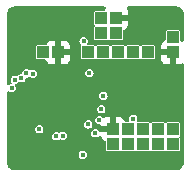
<source format=gbr>
%TF.GenerationSoftware,KiCad,Pcbnew,8.0.4-unknown-202407232306~396e531e7c~ubuntu22.04.1*%
%TF.CreationDate,2024-09-04T14:24:04+01:00*%
%TF.ProjectId,MONO_CTRL,4d4f4e4f-5f43-4545-924c-2e6b69636164,1.0*%
%TF.SameCoordinates,Original*%
%TF.FileFunction,Copper,L3,Inr*%
%TF.FilePolarity,Positive*%
%FSLAX46Y46*%
G04 Gerber Fmt 4.6, Leading zero omitted, Abs format (unit mm)*
G04 Created by KiCad (PCBNEW 8.0.4-unknown-202407232306~396e531e7c~ubuntu22.04.1) date 2024-09-04 14:24:04*
%MOMM*%
%LPD*%
G01*
G04 APERTURE LIST*
%TA.AperFunction,ComponentPad*%
%ADD10R,1.000000X1.000000*%
%TD*%
%TA.AperFunction,ViaPad*%
%ADD11C,0.400000*%
%TD*%
G04 APERTURE END LIST*
D10*
%TO.N,+5V*%
%TO.C,J4*%
X31585000Y-25395001D03*
%TD*%
%TO.N,/U0TX*%
%TO.C,J17*%
X36390000Y-34795000D03*
%TD*%
%TO.N,/GPIO9*%
%TO.C,J5*%
X29180001Y-27025000D03*
%TD*%
%TO.N,GND*%
%TO.C,J22*%
X31310000Y-33525000D03*
%TD*%
%TO.N,GND*%
%TO.C,J2*%
X26640001Y-27025000D03*
%TD*%
%TO.N,/GPIO9*%
%TO.C,J12*%
X35120000Y-33525000D03*
%TD*%
%TO.N,/CSB*%
%TO.C,J8*%
X32990001Y-27025000D03*
%TD*%
%TO.N,+3.3V*%
%TO.C,J1*%
X25370001Y-27025000D03*
%TD*%
%TO.N,/USB_D-*%
%TO.C,J23*%
X30315000Y-25395000D03*
%TD*%
%TO.N,/SPICS*%
%TO.C,J15*%
X33850000Y-34795000D03*
%TD*%
%TO.N,+BATT*%
%TO.C,J24*%
X36360001Y-25755000D03*
%TD*%
%TO.N,/GPIO8*%
%TO.C,J14*%
X32580000Y-33525000D03*
%TD*%
%TO.N,GND*%
%TO.C,J26*%
X31585000Y-24125000D03*
%TD*%
%TO.N,/PWM*%
%TO.C,J18*%
X31310000Y-34795000D03*
%TD*%
%TO.N,/PICO*%
%TO.C,J13*%
X33850001Y-33525000D03*
%TD*%
%TO.N,/USB_D+*%
%TO.C,J10*%
X30315000Y-24125000D03*
%TD*%
%TO.N,/GPIO8*%
%TO.C,J7*%
X31720001Y-27025000D03*
%TD*%
%TO.N,/GPIO*%
%TO.C,J21*%
X32580000Y-34795000D03*
%TD*%
%TO.N,/U0RX*%
%TO.C,J16*%
X35120000Y-34795000D03*
%TD*%
%TO.N,+3.3V*%
%TO.C,J11*%
X36390000Y-33525000D03*
%TD*%
%TO.N,GND*%
%TO.C,J25*%
X36360001Y-27025000D03*
%TD*%
%TO.N,/PICO*%
%TO.C,J6*%
X30450001Y-27025000D03*
%TD*%
%TO.N,/extRef*%
%TO.C,J9*%
X34260001Y-27025000D03*
%TD*%
D11*
%TO.N,GND*%
X36865000Y-32495000D03*
X28315000Y-29575000D03*
X36575000Y-36395000D03*
X23060000Y-23870000D03*
X25415000Y-29575000D03*
X23260000Y-34250000D03*
X28315000Y-32575000D03*
X26915000Y-31075000D03*
X25415000Y-32625000D03*
X25415000Y-31125000D03*
X35415000Y-30395000D03*
X23180000Y-30760000D03*
X26915000Y-29575000D03*
X26815000Y-32575000D03*
%TO.N,/PICO*%
X29315000Y-28775000D03*
%TO.N,/SPICS*%
X28745000Y-35675000D03*
%TO.N,+BATT*%
X30135000Y-32745000D03*
X33015000Y-32625000D03*
%TO.N,/LED_IN*%
X30490000Y-30700000D03*
%TO.N,+3.3V*%
X29815000Y-33865001D03*
X28815000Y-26095000D03*
X30315000Y-31825000D03*
%TO.N,/GPIO*%
X26515000Y-34125000D03*
%TO.N,/lna_in*%
X24515000Y-28825000D03*
X25065001Y-33525000D03*
%TO.N,Net-(U2-MTMS)*%
X29215000Y-33125000D03*
%TO.N,/USB_D-*%
X23965697Y-28797257D03*
%TO.N,/USB_D+*%
X23540000Y-29200000D03*
%TO.N,/U0RX*%
X23006419Y-29333395D03*
%TO.N,/U0TX*%
X22740000Y-30040000D03*
%TO.N,/PWM*%
X27065000Y-34085000D03*
%TD*%
%TA.AperFunction,Conductor*%
%TO.N,GND*%
G36*
X30646176Y-23155185D02*
G01*
X30691931Y-23207989D01*
X30701875Y-23277147D01*
X30678403Y-23333812D01*
X30641647Y-23382910D01*
X30641646Y-23382911D01*
X30615194Y-23453834D01*
X30573322Y-23509767D01*
X30507858Y-23534184D01*
X30499012Y-23534500D01*
X29806091Y-23534500D01*
X29779687Y-23539751D01*
X29779685Y-23539752D01*
X29749752Y-23559752D01*
X29729750Y-23589688D01*
X29724500Y-23616084D01*
X29724500Y-24633908D01*
X29729751Y-24660311D01*
X29750330Y-24691111D01*
X29771206Y-24757789D01*
X29752720Y-24825169D01*
X29750330Y-24828888D01*
X29729750Y-24859689D01*
X29724500Y-24886084D01*
X29724500Y-25903908D01*
X29729751Y-25930312D01*
X29729752Y-25930314D01*
X29749752Y-25960247D01*
X29779688Y-25980249D01*
X29788407Y-25981983D01*
X29806087Y-25985500D01*
X30823912Y-25985499D01*
X30850311Y-25980249D01*
X30880247Y-25960247D01*
X30880247Y-25960246D01*
X30881109Y-25959671D01*
X30947787Y-25938794D01*
X31015167Y-25957279D01*
X31018888Y-25959670D01*
X31019752Y-25960247D01*
X31019753Y-25960248D01*
X31049689Y-25980250D01*
X31076087Y-25985501D01*
X32093912Y-25985500D01*
X32120311Y-25980250D01*
X32150247Y-25960248D01*
X32170249Y-25930312D01*
X32175500Y-25903914D01*
X32175499Y-25210985D01*
X32195183Y-25143948D01*
X32247987Y-25098193D01*
X32256167Y-25094805D01*
X32327084Y-25068355D01*
X32327093Y-25068350D01*
X32442187Y-24982190D01*
X32442190Y-24982187D01*
X32528350Y-24867093D01*
X32528354Y-24867086D01*
X32578596Y-24732379D01*
X32578598Y-24732372D01*
X32584999Y-24672844D01*
X32585000Y-24672827D01*
X32585000Y-24375000D01*
X31794618Y-24375000D01*
X31845064Y-24324554D01*
X31887851Y-24250445D01*
X31910000Y-24167787D01*
X31910000Y-24082213D01*
X31887851Y-23999555D01*
X31845064Y-23925446D01*
X31794618Y-23875000D01*
X32585000Y-23875000D01*
X32585000Y-23577172D01*
X32584999Y-23577155D01*
X32578598Y-23517627D01*
X32578596Y-23517620D01*
X32528354Y-23382913D01*
X32528352Y-23382910D01*
X32491597Y-23333812D01*
X32467179Y-23268348D01*
X32482030Y-23200075D01*
X32531435Y-23150669D01*
X32590863Y-23135500D01*
X36708039Y-23135500D01*
X36721922Y-23136280D01*
X36733674Y-23137604D01*
X36832297Y-23148716D01*
X36859358Y-23154892D01*
X36957588Y-23189265D01*
X36982598Y-23201308D01*
X37070719Y-23256678D01*
X37092428Y-23273991D01*
X37166008Y-23347571D01*
X37183321Y-23369280D01*
X37238689Y-23457398D01*
X37250736Y-23482415D01*
X37285105Y-23580635D01*
X37291284Y-23607706D01*
X37303720Y-23718077D01*
X37304500Y-23731961D01*
X37304500Y-25985448D01*
X37284815Y-26052487D01*
X37232011Y-26098242D01*
X37162853Y-26108186D01*
X37106192Y-26084717D01*
X37102092Y-26081648D01*
X37102087Y-26081645D01*
X37031167Y-26055194D01*
X36975233Y-26013323D01*
X36950816Y-25947859D01*
X36950500Y-25939031D01*
X36950500Y-25246088D01*
X36945250Y-25219689D01*
X36945249Y-25219687D01*
X36945248Y-25219685D01*
X36925248Y-25189752D01*
X36895312Y-25169750D01*
X36868916Y-25164500D01*
X35851092Y-25164500D01*
X35824688Y-25169751D01*
X35824686Y-25169752D01*
X35794753Y-25189752D01*
X35774751Y-25219688D01*
X35769501Y-25246084D01*
X35769501Y-25939012D01*
X35749816Y-26006051D01*
X35697012Y-26051806D01*
X35688835Y-26055194D01*
X35617912Y-26081646D01*
X35617907Y-26081649D01*
X35502813Y-26167809D01*
X35502810Y-26167812D01*
X35416650Y-26282906D01*
X35416646Y-26282913D01*
X35366404Y-26417620D01*
X35366402Y-26417627D01*
X35360001Y-26477155D01*
X35360001Y-26775000D01*
X36150383Y-26775000D01*
X36099937Y-26825446D01*
X36057150Y-26899555D01*
X36035001Y-26982213D01*
X36035001Y-27067787D01*
X36057150Y-27150445D01*
X36099937Y-27224554D01*
X36160447Y-27285064D01*
X36234556Y-27327851D01*
X36317214Y-27350000D01*
X36402788Y-27350000D01*
X36485446Y-27327851D01*
X36559555Y-27285064D01*
X36610001Y-27234618D01*
X36610001Y-28025000D01*
X36907829Y-28025000D01*
X36907845Y-28024999D01*
X36967373Y-28018598D01*
X36967380Y-28018596D01*
X37102087Y-27968354D01*
X37102091Y-27968352D01*
X37106187Y-27965286D01*
X37171650Y-27940867D01*
X37239924Y-27955717D01*
X37289330Y-28005121D01*
X37304500Y-28064551D01*
X37304500Y-36268907D01*
X37303903Y-36281061D01*
X37291488Y-36407113D01*
X37286745Y-36430955D01*
X37251752Y-36546310D01*
X37242450Y-36568767D01*
X37185629Y-36675071D01*
X37172124Y-36695283D01*
X37095652Y-36788464D01*
X37078464Y-36805652D01*
X36985283Y-36882124D01*
X36965071Y-36895629D01*
X36858767Y-36952450D01*
X36836310Y-36961752D01*
X36720955Y-36996745D01*
X36697113Y-37001488D01*
X36571062Y-37013903D01*
X36558908Y-37014500D01*
X23071092Y-37014500D01*
X23058938Y-37013903D01*
X22932886Y-37001488D01*
X22909044Y-36996745D01*
X22793689Y-36961752D01*
X22771232Y-36952450D01*
X22664928Y-36895629D01*
X22644716Y-36882124D01*
X22551535Y-36805652D01*
X22534347Y-36788464D01*
X22457875Y-36695283D01*
X22444370Y-36675071D01*
X22387549Y-36568767D01*
X22378247Y-36546310D01*
X22343254Y-36430955D01*
X22338512Y-36407119D01*
X22326097Y-36281070D01*
X22325500Y-36268916D01*
X22325500Y-35674997D01*
X28390131Y-35674997D01*
X28390131Y-35675002D01*
X28407498Y-35784658D01*
X28457904Y-35883585D01*
X28457909Y-35883592D01*
X28536407Y-35962090D01*
X28536410Y-35962092D01*
X28536413Y-35962095D01*
X28635339Y-36012500D01*
X28635341Y-36012501D01*
X28744998Y-36029869D01*
X28745000Y-36029869D01*
X28745002Y-36029869D01*
X28854658Y-36012501D01*
X28854659Y-36012500D01*
X28854661Y-36012500D01*
X28953587Y-35962095D01*
X29032095Y-35883587D01*
X29082500Y-35784661D01*
X29082500Y-35784659D01*
X29082501Y-35784658D01*
X29099869Y-35675002D01*
X29099869Y-35674997D01*
X29082501Y-35565341D01*
X29082500Y-35565339D01*
X29032095Y-35466413D01*
X29032092Y-35466410D01*
X29032090Y-35466407D01*
X28953592Y-35387909D01*
X28953588Y-35387906D01*
X28953587Y-35387905D01*
X28899305Y-35360247D01*
X28854658Y-35337498D01*
X28745002Y-35320131D01*
X28744998Y-35320131D01*
X28635341Y-35337498D01*
X28536414Y-35387904D01*
X28536407Y-35387909D01*
X28457909Y-35466407D01*
X28457904Y-35466414D01*
X28407498Y-35565341D01*
X28390131Y-35674997D01*
X22325500Y-35674997D01*
X22325500Y-34124997D01*
X26160131Y-34124997D01*
X26160131Y-34125002D01*
X26177498Y-34234658D01*
X26227904Y-34333585D01*
X26227909Y-34333592D01*
X26306407Y-34412090D01*
X26306410Y-34412092D01*
X26306413Y-34412095D01*
X26360923Y-34439869D01*
X26405341Y-34462501D01*
X26514998Y-34479869D01*
X26515000Y-34479869D01*
X26515002Y-34479869D01*
X26624658Y-34462501D01*
X26624659Y-34462500D01*
X26624661Y-34462500D01*
X26723587Y-34412095D01*
X26731213Y-34404469D01*
X26792535Y-34370982D01*
X26862227Y-34375964D01*
X26875173Y-34381653D01*
X26955339Y-34422500D01*
X26955341Y-34422500D01*
X26955343Y-34422501D01*
X27064998Y-34439869D01*
X27065000Y-34439869D01*
X27065002Y-34439869D01*
X27174658Y-34422501D01*
X27174659Y-34422500D01*
X27174661Y-34422500D01*
X27273587Y-34372095D01*
X27352095Y-34293587D01*
X27402500Y-34194661D01*
X27402500Y-34194659D01*
X27402501Y-34194658D01*
X27419869Y-34085002D01*
X27419869Y-34084997D01*
X27402501Y-33975341D01*
X27357431Y-33886886D01*
X27352095Y-33876413D01*
X27352092Y-33876410D01*
X27352090Y-33876407D01*
X27340681Y-33864998D01*
X29460131Y-33864998D01*
X29460131Y-33865003D01*
X29477498Y-33974659D01*
X29527904Y-34073586D01*
X29527909Y-34073593D01*
X29606407Y-34152091D01*
X29606410Y-34152093D01*
X29606413Y-34152096D01*
X29689946Y-34194658D01*
X29705341Y-34202502D01*
X29814998Y-34219870D01*
X29815000Y-34219870D01*
X29815002Y-34219870D01*
X29924658Y-34202502D01*
X29924659Y-34202501D01*
X29924661Y-34202501D01*
X30023587Y-34152096D01*
X30102095Y-34073588D01*
X30102096Y-34073585D01*
X30106978Y-34068704D01*
X30168301Y-34035219D01*
X30237993Y-34040203D01*
X30293927Y-34082074D01*
X30315336Y-34127868D01*
X30316400Y-34132372D01*
X30366645Y-34267086D01*
X30366649Y-34267093D01*
X30452809Y-34382187D01*
X30452812Y-34382190D01*
X30567906Y-34468350D01*
X30567915Y-34468355D01*
X30638832Y-34494805D01*
X30694766Y-34536675D01*
X30719184Y-34602140D01*
X30719500Y-34610987D01*
X30719500Y-35303908D01*
X30724751Y-35330312D01*
X30724752Y-35330314D01*
X30744752Y-35360247D01*
X30774688Y-35380249D01*
X30783407Y-35381983D01*
X30801087Y-35385500D01*
X31818912Y-35385499D01*
X31845311Y-35380249D01*
X31875247Y-35360247D01*
X31875247Y-35360246D01*
X31876110Y-35359670D01*
X31942787Y-35338793D01*
X32010167Y-35357278D01*
X32013890Y-35359670D01*
X32014752Y-35360246D01*
X32014753Y-35360247D01*
X32044689Y-35380249D01*
X32071087Y-35385500D01*
X33088912Y-35385499D01*
X33115311Y-35380249D01*
X33145247Y-35360247D01*
X33145247Y-35360246D01*
X33146110Y-35359670D01*
X33212787Y-35338793D01*
X33280167Y-35357278D01*
X33283890Y-35359670D01*
X33284752Y-35360246D01*
X33284753Y-35360247D01*
X33314689Y-35380249D01*
X33341087Y-35385500D01*
X34358912Y-35385499D01*
X34385311Y-35380249D01*
X34415247Y-35360247D01*
X34415247Y-35360246D01*
X34416110Y-35359670D01*
X34482787Y-35338793D01*
X34550167Y-35357278D01*
X34553890Y-35359670D01*
X34554752Y-35360246D01*
X34554753Y-35360247D01*
X34584689Y-35380249D01*
X34611087Y-35385500D01*
X35628912Y-35385499D01*
X35655311Y-35380249D01*
X35685247Y-35360247D01*
X35685247Y-35360246D01*
X35686110Y-35359670D01*
X35752787Y-35338793D01*
X35820167Y-35357278D01*
X35823890Y-35359670D01*
X35824752Y-35360246D01*
X35824753Y-35360247D01*
X35854689Y-35380249D01*
X35881087Y-35385500D01*
X36898912Y-35385499D01*
X36925311Y-35380249D01*
X36955247Y-35360247D01*
X36975249Y-35330311D01*
X36980500Y-35303913D01*
X36980499Y-34286088D01*
X36975249Y-34259689D01*
X36975248Y-34259687D01*
X36975247Y-34259685D01*
X36954670Y-34228888D01*
X36933793Y-34162210D01*
X36952279Y-34094830D01*
X36954671Y-34091108D01*
X36955245Y-34090247D01*
X36955247Y-34090247D01*
X36975249Y-34060311D01*
X36980500Y-34033913D01*
X36980499Y-33016088D01*
X36975249Y-32989689D01*
X36975248Y-32989687D01*
X36975247Y-32989685D01*
X36955247Y-32959752D01*
X36925311Y-32939750D01*
X36898915Y-32934500D01*
X35881091Y-32934500D01*
X35854687Y-32939751D01*
X35854682Y-32939753D01*
X35823886Y-32960330D01*
X35757208Y-32981206D01*
X35689829Y-32962719D01*
X35686110Y-32960329D01*
X35655311Y-32939750D01*
X35628915Y-32934500D01*
X34611091Y-32934500D01*
X34584688Y-32939751D01*
X34553889Y-32960330D01*
X34487211Y-32981206D01*
X34419831Y-32962720D01*
X34416111Y-32960329D01*
X34385312Y-32939750D01*
X34358916Y-32934500D01*
X33453025Y-32934500D01*
X33385986Y-32914815D01*
X33340231Y-32862011D01*
X33330287Y-32792853D01*
X33342539Y-32754209D01*
X33352500Y-32734661D01*
X33368232Y-32635339D01*
X33369869Y-32625002D01*
X33369869Y-32624997D01*
X33352501Y-32515341D01*
X33323236Y-32457905D01*
X33302095Y-32416413D01*
X33302092Y-32416410D01*
X33302090Y-32416407D01*
X33223592Y-32337909D01*
X33223588Y-32337906D01*
X33223587Y-32337905D01*
X33219743Y-32335946D01*
X33124658Y-32287498D01*
X33015002Y-32270131D01*
X33014998Y-32270131D01*
X32905341Y-32287498D01*
X32806414Y-32337904D01*
X32806407Y-32337909D01*
X32727909Y-32416407D01*
X32727904Y-32416414D01*
X32677498Y-32515341D01*
X32660131Y-32624997D01*
X32660131Y-32625002D01*
X32677498Y-32734656D01*
X32677499Y-32734657D01*
X32677500Y-32734661D01*
X32687459Y-32754207D01*
X32700355Y-32822874D01*
X32674079Y-32887615D01*
X32616972Y-32927872D01*
X32576974Y-32934500D01*
X32395988Y-32934500D01*
X32328949Y-32914815D01*
X32283194Y-32862011D01*
X32279806Y-32853834D01*
X32253353Y-32782911D01*
X32253350Y-32782906D01*
X32167190Y-32667812D01*
X32167187Y-32667809D01*
X32052093Y-32581649D01*
X32052086Y-32581645D01*
X31917379Y-32531403D01*
X31917372Y-32531401D01*
X31857844Y-32525000D01*
X31560000Y-32525000D01*
X31560000Y-33315382D01*
X31509554Y-33264936D01*
X31435445Y-33222149D01*
X31352787Y-33200000D01*
X31267213Y-33200000D01*
X31184555Y-33222149D01*
X31110446Y-33264936D01*
X31049936Y-33325446D01*
X31007149Y-33399555D01*
X30985000Y-33482213D01*
X30985000Y-33567787D01*
X31007149Y-33650445D01*
X31049936Y-33724554D01*
X31100382Y-33775000D01*
X30290893Y-33775000D01*
X30271654Y-33785504D01*
X30201962Y-33780517D01*
X30146030Y-33738644D01*
X30134817Y-33720636D01*
X30102095Y-33656414D01*
X30102092Y-33656411D01*
X30102090Y-33656408D01*
X30023592Y-33577910D01*
X30023588Y-33577907D01*
X30023587Y-33577906D01*
X30003727Y-33567787D01*
X29924658Y-33527499D01*
X29815002Y-33510132D01*
X29814998Y-33510132D01*
X29705341Y-33527499D01*
X29606405Y-33577909D01*
X29606144Y-33578100D01*
X29605772Y-33578232D01*
X29597717Y-33582337D01*
X29597373Y-33581662D01*
X29594929Y-33587941D01*
X29584412Y-33599906D01*
X29527906Y-33656411D01*
X29527904Y-33656415D01*
X29477498Y-33755342D01*
X29460131Y-33864998D01*
X27340681Y-33864998D01*
X27273592Y-33797909D01*
X27273588Y-33797906D01*
X27273587Y-33797905D01*
X27239461Y-33780517D01*
X27174658Y-33747498D01*
X27065002Y-33730131D01*
X27064998Y-33730131D01*
X26955341Y-33747498D01*
X26856414Y-33797904D01*
X26856405Y-33797910D01*
X26848780Y-33805536D01*
X26787456Y-33839019D01*
X26717764Y-33834032D01*
X26704818Y-33828342D01*
X26624661Y-33787500D01*
X26624659Y-33787499D01*
X26624656Y-33787498D01*
X26515002Y-33770131D01*
X26514998Y-33770131D01*
X26405341Y-33787498D01*
X26306414Y-33837904D01*
X26306407Y-33837909D01*
X26227909Y-33916407D01*
X26227904Y-33916414D01*
X26177498Y-34015341D01*
X26160131Y-34124997D01*
X22325500Y-34124997D01*
X22325500Y-33524997D01*
X24710132Y-33524997D01*
X24710132Y-33525002D01*
X24727499Y-33634658D01*
X24777905Y-33733585D01*
X24777910Y-33733592D01*
X24856408Y-33812090D01*
X24856411Y-33812092D01*
X24856414Y-33812095D01*
X24909256Y-33839019D01*
X24955342Y-33862501D01*
X25064999Y-33879869D01*
X25065001Y-33879869D01*
X25065003Y-33879869D01*
X25174659Y-33862501D01*
X25174660Y-33862500D01*
X25174662Y-33862500D01*
X25273588Y-33812095D01*
X25352096Y-33733587D01*
X25402501Y-33634661D01*
X25402501Y-33634659D01*
X25402502Y-33634658D01*
X25419870Y-33525002D01*
X25419870Y-33524997D01*
X25402502Y-33415341D01*
X25394459Y-33399555D01*
X25352096Y-33316413D01*
X25352093Y-33316410D01*
X25352091Y-33316407D01*
X25273593Y-33237909D01*
X25273589Y-33237906D01*
X25273588Y-33237905D01*
X25199195Y-33200000D01*
X25174659Y-33187498D01*
X25065003Y-33170131D01*
X25064999Y-33170131D01*
X24955342Y-33187498D01*
X24856415Y-33237904D01*
X24856408Y-33237909D01*
X24777910Y-33316407D01*
X24777905Y-33316414D01*
X24727499Y-33415341D01*
X24710132Y-33524997D01*
X22325500Y-33524997D01*
X22325500Y-33124997D01*
X28860131Y-33124997D01*
X28860131Y-33125002D01*
X28877498Y-33234658D01*
X28927904Y-33333585D01*
X28927909Y-33333592D01*
X29006407Y-33412090D01*
X29006410Y-33412092D01*
X29006413Y-33412095D01*
X29105339Y-33462500D01*
X29105341Y-33462501D01*
X29214998Y-33479869D01*
X29215000Y-33479869D01*
X29215002Y-33479869D01*
X29324658Y-33462501D01*
X29324659Y-33462500D01*
X29324661Y-33462500D01*
X29423587Y-33412095D01*
X29423592Y-33412089D01*
X29423841Y-33411910D01*
X29424203Y-33411780D01*
X29432283Y-33407664D01*
X29432628Y-33408342D01*
X29435081Y-33402045D01*
X29445580Y-33390101D01*
X29502095Y-33333587D01*
X29552500Y-33234661D01*
X29552500Y-33234659D01*
X29552501Y-33234658D01*
X29569869Y-33125002D01*
X29569869Y-33124997D01*
X29552501Y-33015341D01*
X29525689Y-32962719D01*
X29502095Y-32916413D01*
X29502092Y-32916410D01*
X29502090Y-32916407D01*
X29423592Y-32837909D01*
X29423588Y-32837906D01*
X29423587Y-32837905D01*
X29394087Y-32822874D01*
X29324658Y-32787498D01*
X29215002Y-32770131D01*
X29214998Y-32770131D01*
X29105341Y-32787498D01*
X29006414Y-32837904D01*
X29006407Y-32837909D01*
X28927909Y-32916407D01*
X28927904Y-32916414D01*
X28877498Y-33015341D01*
X28860131Y-33124997D01*
X22325500Y-33124997D01*
X22325500Y-32744997D01*
X29780131Y-32744997D01*
X29780131Y-32745002D01*
X29797498Y-32854658D01*
X29847904Y-32953585D01*
X29847909Y-32953592D01*
X29926407Y-33032090D01*
X29926410Y-33032092D01*
X29926413Y-33032095D01*
X30025339Y-33082500D01*
X30025341Y-33082501D01*
X30134998Y-33099869D01*
X30135000Y-33099869D01*
X30135002Y-33099869D01*
X30166602Y-33094864D01*
X30235895Y-33103818D01*
X30289347Y-33148815D01*
X30309987Y-33215566D01*
X30310000Y-33217337D01*
X30310000Y-33275000D01*
X31060000Y-33275000D01*
X31060000Y-32525000D01*
X30762155Y-32525000D01*
X30702627Y-32531401D01*
X30702616Y-32531403D01*
X30567313Y-32581868D01*
X30497622Y-32586852D01*
X30436299Y-32553366D01*
X30423660Y-32538567D01*
X30422092Y-32536409D01*
X30343592Y-32457909D01*
X30343588Y-32457906D01*
X30343587Y-32457905D01*
X30258111Y-32414353D01*
X30207315Y-32366380D01*
X30206223Y-32361972D01*
X30182228Y-32381028D01*
X30144602Y-32388372D01*
X30144639Y-32388604D01*
X30138158Y-32389630D01*
X30135594Y-32390131D01*
X30134998Y-32390131D01*
X30025341Y-32407498D01*
X29926414Y-32457904D01*
X29926407Y-32457909D01*
X29847909Y-32536407D01*
X29847904Y-32536414D01*
X29797498Y-32635341D01*
X29780131Y-32744997D01*
X22325500Y-32744997D01*
X22325500Y-31824997D01*
X29960131Y-31824997D01*
X29960131Y-31825002D01*
X29977498Y-31934658D01*
X30027904Y-32033585D01*
X30027909Y-32033592D01*
X30106407Y-32112090D01*
X30106410Y-32112092D01*
X30106413Y-32112095D01*
X30191888Y-32155646D01*
X30242685Y-32203620D01*
X30243776Y-32208027D01*
X30267772Y-32188972D01*
X30305397Y-32181627D01*
X30305361Y-32181396D01*
X30311841Y-32180369D01*
X30314406Y-32179869D01*
X30315002Y-32179869D01*
X30424658Y-32162501D01*
X30424659Y-32162500D01*
X30424661Y-32162500D01*
X30523587Y-32112095D01*
X30602095Y-32033587D01*
X30652500Y-31934661D01*
X30652500Y-31934659D01*
X30652501Y-31934658D01*
X30669869Y-31825002D01*
X30669869Y-31824997D01*
X30652501Y-31715341D01*
X30652500Y-31715339D01*
X30602095Y-31616413D01*
X30602092Y-31616410D01*
X30602090Y-31616407D01*
X30523592Y-31537909D01*
X30523588Y-31537906D01*
X30523587Y-31537905D01*
X30519743Y-31535946D01*
X30424658Y-31487498D01*
X30315002Y-31470131D01*
X30314998Y-31470131D01*
X30205341Y-31487498D01*
X30106414Y-31537904D01*
X30106407Y-31537909D01*
X30027909Y-31616407D01*
X30027904Y-31616414D01*
X29977498Y-31715341D01*
X29960131Y-31824997D01*
X22325500Y-31824997D01*
X22325500Y-30699997D01*
X30135131Y-30699997D01*
X30135131Y-30700002D01*
X30152498Y-30809658D01*
X30202904Y-30908585D01*
X30202909Y-30908592D01*
X30281407Y-30987090D01*
X30281410Y-30987092D01*
X30281413Y-30987095D01*
X30380339Y-31037500D01*
X30380341Y-31037501D01*
X30489998Y-31054869D01*
X30490000Y-31054869D01*
X30490002Y-31054869D01*
X30599658Y-31037501D01*
X30599659Y-31037500D01*
X30599661Y-31037500D01*
X30698587Y-30987095D01*
X30777095Y-30908587D01*
X30827500Y-30809661D01*
X30827500Y-30809659D01*
X30827501Y-30809658D01*
X30844869Y-30700002D01*
X30844869Y-30699997D01*
X30827501Y-30590341D01*
X30827500Y-30590339D01*
X30777095Y-30491413D01*
X30777092Y-30491410D01*
X30777090Y-30491407D01*
X30698592Y-30412909D01*
X30698588Y-30412906D01*
X30698587Y-30412905D01*
X30663189Y-30394869D01*
X30599658Y-30362498D01*
X30490002Y-30345131D01*
X30489998Y-30345131D01*
X30380341Y-30362498D01*
X30281414Y-30412904D01*
X30281407Y-30412909D01*
X30202909Y-30491407D01*
X30202904Y-30491414D01*
X30152498Y-30590341D01*
X30135131Y-30699997D01*
X22325500Y-30699997D01*
X22325500Y-30420545D01*
X22345185Y-30353506D01*
X22397989Y-30307751D01*
X22467147Y-30297807D01*
X22522317Y-30323002D01*
X22523514Y-30321356D01*
X22531410Y-30327092D01*
X22531413Y-30327095D01*
X22583248Y-30353506D01*
X22630341Y-30377501D01*
X22739998Y-30394869D01*
X22740000Y-30394869D01*
X22740002Y-30394869D01*
X22849658Y-30377501D01*
X22849659Y-30377500D01*
X22849661Y-30377500D01*
X22948587Y-30327095D01*
X23027095Y-30248587D01*
X23077500Y-30149661D01*
X23077500Y-30149659D01*
X23077501Y-30149658D01*
X23094869Y-30040002D01*
X23094869Y-30039997D01*
X23077501Y-29930343D01*
X23077500Y-29930341D01*
X23077500Y-29930339D01*
X23035474Y-29847858D01*
X23022579Y-29779193D01*
X23048855Y-29714452D01*
X23105962Y-29674195D01*
X23107643Y-29673635D01*
X23116071Y-29670896D01*
X23116080Y-29670895D01*
X23215006Y-29620490D01*
X23278964Y-29556531D01*
X23340284Y-29523047D01*
X23409976Y-29528031D01*
X23422920Y-29533720D01*
X23430339Y-29537500D01*
X23430343Y-29537500D01*
X23430344Y-29537501D01*
X23539998Y-29554869D01*
X23540000Y-29554869D01*
X23540002Y-29554869D01*
X23649658Y-29537501D01*
X23649659Y-29537500D01*
X23649661Y-29537500D01*
X23748587Y-29487095D01*
X23827095Y-29408587D01*
X23877500Y-29309661D01*
X23877500Y-29309659D01*
X23877501Y-29309658D01*
X23886731Y-29251382D01*
X23916660Y-29188248D01*
X23975971Y-29151316D01*
X23989785Y-29148310D01*
X24075358Y-29134757D01*
X24163165Y-29090017D01*
X24231831Y-29077121D01*
X24296571Y-29103397D01*
X24305929Y-29111743D01*
X24306410Y-29112092D01*
X24306413Y-29112095D01*
X24359977Y-29139387D01*
X24405341Y-29162501D01*
X24514998Y-29179869D01*
X24515000Y-29179869D01*
X24515002Y-29179869D01*
X24624658Y-29162501D01*
X24624659Y-29162500D01*
X24624661Y-29162500D01*
X24723587Y-29112095D01*
X24802095Y-29033587D01*
X24852500Y-28934661D01*
X24852500Y-28934659D01*
X24852501Y-28934658D01*
X24869869Y-28825002D01*
X24869869Y-28824997D01*
X24861950Y-28774997D01*
X28960131Y-28774997D01*
X28960131Y-28775002D01*
X28977498Y-28884658D01*
X29027904Y-28983585D01*
X29027909Y-28983592D01*
X29106407Y-29062090D01*
X29106410Y-29062092D01*
X29106413Y-29062095D01*
X29187473Y-29103397D01*
X29205341Y-29112501D01*
X29314998Y-29129869D01*
X29315000Y-29129869D01*
X29315002Y-29129869D01*
X29424658Y-29112501D01*
X29424659Y-29112500D01*
X29424661Y-29112500D01*
X29523587Y-29062095D01*
X29602095Y-28983587D01*
X29652500Y-28884661D01*
X29652500Y-28884659D01*
X29652501Y-28884658D01*
X29669869Y-28775002D01*
X29669869Y-28774997D01*
X29652501Y-28665341D01*
X29652500Y-28665339D01*
X29602095Y-28566413D01*
X29602092Y-28566410D01*
X29602090Y-28566407D01*
X29523592Y-28487909D01*
X29523588Y-28487906D01*
X29523587Y-28487905D01*
X29519743Y-28485946D01*
X29424658Y-28437498D01*
X29315002Y-28420131D01*
X29314998Y-28420131D01*
X29205341Y-28437498D01*
X29106414Y-28487904D01*
X29106407Y-28487909D01*
X29027909Y-28566407D01*
X29027904Y-28566414D01*
X28977498Y-28665341D01*
X28960131Y-28774997D01*
X24861950Y-28774997D01*
X24852501Y-28715341D01*
X24827024Y-28665339D01*
X24802095Y-28616413D01*
X24802092Y-28616410D01*
X24802090Y-28616407D01*
X24723592Y-28537909D01*
X24723588Y-28537906D01*
X24723587Y-28537905D01*
X24669136Y-28510161D01*
X24624658Y-28487498D01*
X24515002Y-28470131D01*
X24514998Y-28470131D01*
X24405342Y-28487498D01*
X24317531Y-28532239D01*
X24248861Y-28545134D01*
X24184121Y-28518856D01*
X24174767Y-28510514D01*
X24174285Y-28510163D01*
X24174284Y-28510162D01*
X24129807Y-28487500D01*
X24075355Y-28459755D01*
X23965699Y-28442388D01*
X23965695Y-28442388D01*
X23856038Y-28459755D01*
X23757111Y-28510161D01*
X23757104Y-28510166D01*
X23678606Y-28588664D01*
X23678601Y-28588671D01*
X23628196Y-28687598D01*
X23618965Y-28745876D01*
X23589035Y-28809010D01*
X23529723Y-28845940D01*
X23515890Y-28848949D01*
X23430341Y-28862498D01*
X23331414Y-28912904D01*
X23331410Y-28912906D01*
X23267455Y-28976862D01*
X23206131Y-29010346D01*
X23136440Y-29005361D01*
X23123484Y-28999667D01*
X23116078Y-28995894D01*
X23006421Y-28978526D01*
X23006417Y-28978526D01*
X22896760Y-28995893D01*
X22797833Y-29046299D01*
X22797826Y-29046304D01*
X22719328Y-29124802D01*
X22719323Y-29124809D01*
X22668917Y-29223736D01*
X22651550Y-29333392D01*
X22651550Y-29333397D01*
X22668917Y-29443053D01*
X22710943Y-29525533D01*
X22723839Y-29594202D01*
X22697562Y-29658942D01*
X22640456Y-29699199D01*
X22638783Y-29699756D01*
X22630339Y-29702499D01*
X22531414Y-29752904D01*
X22523514Y-29758644D01*
X22521409Y-29755747D01*
X22475858Y-29780621D01*
X22406166Y-29775637D01*
X22350233Y-29733765D01*
X22325816Y-29668301D01*
X22325500Y-29659455D01*
X22325500Y-26516084D01*
X24779501Y-26516084D01*
X24779501Y-27533908D01*
X24784752Y-27560312D01*
X24784753Y-27560314D01*
X24804753Y-27590247D01*
X24834689Y-27610249D01*
X24843408Y-27611983D01*
X24861088Y-27615500D01*
X25554014Y-27615499D01*
X25621052Y-27635183D01*
X25666807Y-27687987D01*
X25670195Y-27696166D01*
X25696646Y-27767086D01*
X25696650Y-27767093D01*
X25782810Y-27882187D01*
X25782813Y-27882190D01*
X25897907Y-27968350D01*
X25897914Y-27968354D01*
X26032621Y-28018596D01*
X26032628Y-28018598D01*
X26092156Y-28024999D01*
X26092173Y-28025000D01*
X26390001Y-28025000D01*
X26890001Y-28025000D01*
X27187829Y-28025000D01*
X27187845Y-28024999D01*
X27247373Y-28018598D01*
X27247380Y-28018596D01*
X27382087Y-27968354D01*
X27382094Y-27968350D01*
X27497188Y-27882190D01*
X27497191Y-27882187D01*
X27583351Y-27767093D01*
X27583355Y-27767086D01*
X27633597Y-27632379D01*
X27633599Y-27632372D01*
X27640000Y-27572844D01*
X27640001Y-27572827D01*
X27640001Y-27275000D01*
X26890001Y-27275000D01*
X26890001Y-28025000D01*
X26390001Y-28025000D01*
X26390001Y-27234618D01*
X26440447Y-27285064D01*
X26514556Y-27327851D01*
X26597214Y-27350000D01*
X26682788Y-27350000D01*
X26765446Y-27327851D01*
X26839555Y-27285064D01*
X26900065Y-27224554D01*
X26942852Y-27150445D01*
X26965001Y-27067787D01*
X26965001Y-26982213D01*
X26942852Y-26899555D01*
X26900065Y-26825446D01*
X26849619Y-26775000D01*
X26890001Y-26775000D01*
X27640001Y-26775000D01*
X27640001Y-26477172D01*
X27640000Y-26477155D01*
X27633599Y-26417627D01*
X27633597Y-26417620D01*
X27583355Y-26282913D01*
X27583351Y-26282906D01*
X27497191Y-26167812D01*
X27497188Y-26167809D01*
X27399924Y-26094997D01*
X28460131Y-26094997D01*
X28460131Y-26095002D01*
X28477498Y-26204658D01*
X28527904Y-26303585D01*
X28527909Y-26303592D01*
X28571093Y-26346776D01*
X28604578Y-26408099D01*
X28599594Y-26477791D01*
X28597976Y-26481904D01*
X28594751Y-26489690D01*
X28589501Y-26516084D01*
X28589501Y-27533908D01*
X28594752Y-27560312D01*
X28594753Y-27560314D01*
X28614753Y-27590247D01*
X28644689Y-27610249D01*
X28653408Y-27611983D01*
X28671088Y-27615500D01*
X29688913Y-27615499D01*
X29715312Y-27610249D01*
X29745248Y-27590247D01*
X29745248Y-27590246D01*
X29746111Y-27589670D01*
X29812788Y-27568793D01*
X29880168Y-27587278D01*
X29883891Y-27589670D01*
X29884753Y-27590246D01*
X29884754Y-27590247D01*
X29914690Y-27610249D01*
X29941088Y-27615500D01*
X30958913Y-27615499D01*
X30985312Y-27610249D01*
X31015248Y-27590247D01*
X31015248Y-27590246D01*
X31016111Y-27589670D01*
X31082788Y-27568793D01*
X31150168Y-27587278D01*
X31153891Y-27589670D01*
X31154753Y-27590246D01*
X31154754Y-27590247D01*
X31184690Y-27610249D01*
X31211088Y-27615500D01*
X32228913Y-27615499D01*
X32255312Y-27610249D01*
X32285248Y-27590247D01*
X32285248Y-27590246D01*
X32286111Y-27589670D01*
X32352788Y-27568793D01*
X32420168Y-27587278D01*
X32423891Y-27589670D01*
X32424753Y-27590246D01*
X32424754Y-27590247D01*
X32454690Y-27610249D01*
X32481088Y-27615500D01*
X33498913Y-27615499D01*
X33525312Y-27610249D01*
X33555248Y-27590247D01*
X33555248Y-27590246D01*
X33556111Y-27589670D01*
X33622788Y-27568793D01*
X33690168Y-27587278D01*
X33693891Y-27589670D01*
X33694753Y-27590246D01*
X33694754Y-27590247D01*
X33724690Y-27610249D01*
X33751088Y-27615500D01*
X34768913Y-27615499D01*
X34795312Y-27610249D01*
X34825248Y-27590247D01*
X34836876Y-27572844D01*
X35360001Y-27572844D01*
X35366402Y-27632372D01*
X35366404Y-27632379D01*
X35416646Y-27767086D01*
X35416650Y-27767093D01*
X35502810Y-27882187D01*
X35502813Y-27882190D01*
X35617907Y-27968350D01*
X35617914Y-27968354D01*
X35752621Y-28018596D01*
X35752628Y-28018598D01*
X35812156Y-28024999D01*
X35812173Y-28025000D01*
X36110001Y-28025000D01*
X36110001Y-27275000D01*
X35360001Y-27275000D01*
X35360001Y-27572844D01*
X34836876Y-27572844D01*
X34845250Y-27560311D01*
X34850501Y-27533913D01*
X34850500Y-26516088D01*
X34845250Y-26489689D01*
X34845249Y-26489687D01*
X34845248Y-26489685D01*
X34825248Y-26459752D01*
X34795312Y-26439750D01*
X34768916Y-26434500D01*
X33751092Y-26434500D01*
X33724688Y-26439751D01*
X33724683Y-26439753D01*
X33693887Y-26460330D01*
X33627209Y-26481206D01*
X33559830Y-26462719D01*
X33556111Y-26460329D01*
X33525312Y-26439750D01*
X33498916Y-26434500D01*
X32481092Y-26434500D01*
X32454688Y-26439751D01*
X32454683Y-26439753D01*
X32423887Y-26460330D01*
X32357209Y-26481206D01*
X32289830Y-26462719D01*
X32286111Y-26460329D01*
X32255312Y-26439750D01*
X32228916Y-26434500D01*
X31211092Y-26434500D01*
X31184688Y-26439751D01*
X31184683Y-26439753D01*
X31153887Y-26460330D01*
X31087209Y-26481206D01*
X31019830Y-26462719D01*
X31016111Y-26460329D01*
X30985312Y-26439750D01*
X30958916Y-26434500D01*
X29941092Y-26434500D01*
X29914688Y-26439751D01*
X29914683Y-26439753D01*
X29883887Y-26460330D01*
X29817209Y-26481206D01*
X29749830Y-26462719D01*
X29746111Y-26460329D01*
X29715312Y-26439750D01*
X29688916Y-26434500D01*
X29688914Y-26434500D01*
X29237740Y-26434500D01*
X29170701Y-26414815D01*
X29124946Y-26362011D01*
X29115002Y-26292853D01*
X29127252Y-26254211D01*
X29152500Y-26204661D01*
X29152501Y-26204656D01*
X29169869Y-26095002D01*
X29169869Y-26094997D01*
X29152501Y-25985341D01*
X29149907Y-25980250D01*
X29102095Y-25886413D01*
X29102092Y-25886410D01*
X29102090Y-25886407D01*
X29023592Y-25807909D01*
X29023588Y-25807906D01*
X29023587Y-25807905D01*
X29019743Y-25805946D01*
X28924658Y-25757498D01*
X28815002Y-25740131D01*
X28814998Y-25740131D01*
X28705341Y-25757498D01*
X28606414Y-25807904D01*
X28606407Y-25807909D01*
X28527909Y-25886407D01*
X28527904Y-25886414D01*
X28477498Y-25985341D01*
X28460131Y-26094997D01*
X27399924Y-26094997D01*
X27382094Y-26081649D01*
X27382087Y-26081645D01*
X27247380Y-26031403D01*
X27247373Y-26031401D01*
X27187845Y-26025000D01*
X26890001Y-26025000D01*
X26890001Y-26775000D01*
X26849619Y-26775000D01*
X26839555Y-26764936D01*
X26765446Y-26722149D01*
X26682788Y-26700000D01*
X26597214Y-26700000D01*
X26514556Y-26722149D01*
X26440447Y-26764936D01*
X26390001Y-26815382D01*
X26390001Y-26025000D01*
X26092156Y-26025000D01*
X26032628Y-26031401D01*
X26032621Y-26031403D01*
X25897914Y-26081645D01*
X25897907Y-26081649D01*
X25782813Y-26167809D01*
X25782810Y-26167812D01*
X25696650Y-26282906D01*
X25696647Y-26282911D01*
X25670195Y-26353834D01*
X25628323Y-26409767D01*
X25562859Y-26434184D01*
X25554013Y-26434500D01*
X24861092Y-26434500D01*
X24834688Y-26439751D01*
X24834686Y-26439752D01*
X24804753Y-26459752D01*
X24784751Y-26489688D01*
X24779501Y-26516084D01*
X22325500Y-26516084D01*
X22325500Y-23731960D01*
X22326280Y-23718077D01*
X22337771Y-23616088D01*
X22338716Y-23607700D01*
X22344892Y-23580643D01*
X22379266Y-23482407D01*
X22391306Y-23457404D01*
X22446681Y-23369276D01*
X22463987Y-23347575D01*
X22537575Y-23273987D01*
X22559276Y-23256681D01*
X22647404Y-23201306D01*
X22672407Y-23189266D01*
X22770643Y-23154892D01*
X22797700Y-23148716D01*
X22897907Y-23137425D01*
X22908078Y-23136280D01*
X22921961Y-23135500D01*
X30579137Y-23135500D01*
X30646176Y-23155185D01*
G37*
%TD.AperFunction*%
%TD*%
M02*

</source>
